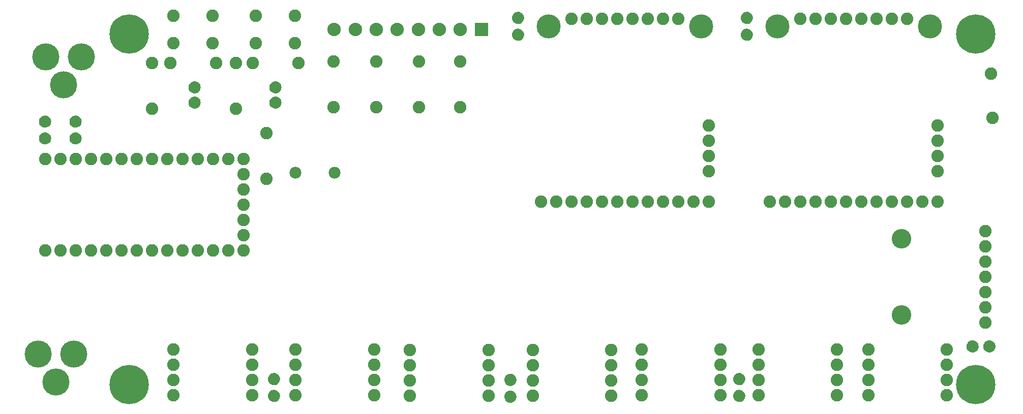
<source format=gbr>
G04 EAGLE Gerber RS-274X export*
G75*
%MOMM*%
%FSLAX34Y34*%
%LPD*%
%INSoldermask Bottom*%
%IPPOS*%
%AMOC8*
5,1,8,0,0,1.08239X$1,22.5*%
G01*
%ADD10C,4.521200*%
%ADD11C,1.981200*%
%ADD12C,2.082800*%
%ADD13C,4.013200*%
%ADD14C,6.553200*%
%ADD15R,2.235200X2.235200*%
%ADD16C,2.235200*%
%ADD17C,3.251200*%

G36*
X1596880Y91559D02*
X1596880Y91559D01*
X1596923Y91571D01*
X1596989Y91580D01*
X1598606Y92034D01*
X1598647Y92053D01*
X1598675Y92062D01*
X1598685Y92064D01*
X1598689Y92066D01*
X1598710Y92073D01*
X1600224Y92801D01*
X1600260Y92827D01*
X1600319Y92857D01*
X1601684Y93838D01*
X1601715Y93870D01*
X1601768Y93910D01*
X1602942Y95112D01*
X1602967Y95149D01*
X1603012Y95197D01*
X1603959Y96585D01*
X1603977Y96626D01*
X1604013Y96682D01*
X1604705Y98213D01*
X1604716Y98256D01*
X1604742Y98317D01*
X1605157Y99946D01*
X1605160Y99990D01*
X1605175Y100055D01*
X1605301Y101730D01*
X1605297Y101777D01*
X1605299Y101849D01*
X1605094Y103685D01*
X1605080Y103731D01*
X1605068Y103806D01*
X1604508Y105567D01*
X1604485Y105609D01*
X1604459Y105681D01*
X1603566Y107298D01*
X1603536Y107336D01*
X1603496Y107401D01*
X1602305Y108813D01*
X1602268Y108844D01*
X1602216Y108900D01*
X1600772Y110053D01*
X1600730Y110076D01*
X1600668Y110120D01*
X1599027Y110969D01*
X1598981Y110984D01*
X1598912Y111015D01*
X1597137Y111528D01*
X1597089Y111533D01*
X1597014Y111551D01*
X1595174Y111707D01*
X1595130Y111703D01*
X1595065Y111707D01*
X1593234Y111547D01*
X1593188Y111534D01*
X1593112Y111524D01*
X1591348Y111010D01*
X1591304Y110989D01*
X1591232Y110964D01*
X1589602Y110115D01*
X1589564Y110086D01*
X1589498Y110047D01*
X1588065Y108897D01*
X1588033Y108861D01*
X1587976Y108810D01*
X1586795Y107402D01*
X1586771Y107361D01*
X1586725Y107300D01*
X1586515Y106918D01*
X1585841Y105688D01*
X1585826Y105643D01*
X1585792Y105574D01*
X1585240Y103821D01*
X1585234Y103774D01*
X1585214Y103700D01*
X1585015Y101873D01*
X1585018Y101827D01*
X1585012Y101758D01*
X1585135Y100082D01*
X1585146Y100039D01*
X1585152Y99973D01*
X1585564Y98343D01*
X1585582Y98303D01*
X1585600Y98239D01*
X1586288Y96706D01*
X1586313Y96669D01*
X1586342Y96609D01*
X1587286Y95219D01*
X1587317Y95187D01*
X1587355Y95133D01*
X1588526Y93927D01*
X1588563Y93901D01*
X1588610Y93855D01*
X1589972Y92871D01*
X1590013Y92852D01*
X1590067Y92815D01*
X1591580Y92082D01*
X1591623Y92070D01*
X1591634Y92065D01*
X1591661Y92052D01*
X1591666Y92051D01*
X1591683Y92043D01*
X1593300Y91585D01*
X1593345Y91580D01*
X1593409Y91564D01*
X1595081Y91393D01*
X1595129Y91397D01*
X1595208Y91393D01*
X1596880Y91559D01*
G37*
G36*
X1624871Y91559D02*
X1624871Y91559D01*
X1624914Y91571D01*
X1624980Y91580D01*
X1626597Y92034D01*
X1626638Y92053D01*
X1626666Y92062D01*
X1626676Y92064D01*
X1626680Y92066D01*
X1626701Y92073D01*
X1628215Y92801D01*
X1628251Y92827D01*
X1628310Y92857D01*
X1629675Y93838D01*
X1629706Y93870D01*
X1629759Y93910D01*
X1630933Y95112D01*
X1630958Y95149D01*
X1631003Y95197D01*
X1631950Y96585D01*
X1631968Y96626D01*
X1632004Y96682D01*
X1632696Y98213D01*
X1632707Y98256D01*
X1632733Y98317D01*
X1633148Y99946D01*
X1633151Y99990D01*
X1633166Y100055D01*
X1633292Y101730D01*
X1633288Y101777D01*
X1633290Y101849D01*
X1633085Y103685D01*
X1633071Y103731D01*
X1633059Y103806D01*
X1632499Y105567D01*
X1632476Y105609D01*
X1632450Y105681D01*
X1631557Y107298D01*
X1631527Y107336D01*
X1631487Y107401D01*
X1630296Y108813D01*
X1630259Y108844D01*
X1630207Y108900D01*
X1628763Y110053D01*
X1628721Y110076D01*
X1628659Y110120D01*
X1627018Y110969D01*
X1626972Y110984D01*
X1626903Y111015D01*
X1625128Y111528D01*
X1625080Y111533D01*
X1625005Y111551D01*
X1623165Y111707D01*
X1623121Y111703D01*
X1623056Y111707D01*
X1621225Y111547D01*
X1621179Y111534D01*
X1621103Y111524D01*
X1619339Y111010D01*
X1619295Y110989D01*
X1619223Y110964D01*
X1617593Y110115D01*
X1617555Y110086D01*
X1617489Y110047D01*
X1616056Y108897D01*
X1616024Y108861D01*
X1615967Y108810D01*
X1614786Y107402D01*
X1614762Y107361D01*
X1614716Y107300D01*
X1614506Y106918D01*
X1613832Y105688D01*
X1613817Y105643D01*
X1613783Y105574D01*
X1613231Y103821D01*
X1613225Y103774D01*
X1613205Y103700D01*
X1613006Y101873D01*
X1613009Y101827D01*
X1613003Y101758D01*
X1613126Y100082D01*
X1613137Y100039D01*
X1613143Y99973D01*
X1613555Y98343D01*
X1613573Y98303D01*
X1613591Y98239D01*
X1614279Y96706D01*
X1614304Y96669D01*
X1614333Y96609D01*
X1615277Y95219D01*
X1615308Y95187D01*
X1615346Y95133D01*
X1616517Y93927D01*
X1616554Y93901D01*
X1616601Y93855D01*
X1617963Y92871D01*
X1618004Y92852D01*
X1618058Y92815D01*
X1619571Y92082D01*
X1619614Y92070D01*
X1619625Y92065D01*
X1619652Y92052D01*
X1619657Y92051D01*
X1619674Y92043D01*
X1621291Y91585D01*
X1621336Y91580D01*
X1621400Y91564D01*
X1623072Y91393D01*
X1623120Y91397D01*
X1623199Y91393D01*
X1624871Y91559D01*
G37*
G36*
X299947Y523248D02*
X299947Y523248D01*
X300019Y523246D01*
X301855Y523451D01*
X301901Y523465D01*
X301976Y523477D01*
X303737Y524037D01*
X303779Y524060D01*
X303851Y524086D01*
X305468Y524979D01*
X305506Y525009D01*
X305571Y525049D01*
X306983Y526240D01*
X307014Y526277D01*
X307070Y526329D01*
X308223Y527773D01*
X308246Y527815D01*
X308290Y527877D01*
X309139Y529518D01*
X309154Y529564D01*
X309185Y529633D01*
X309698Y531408D01*
X309703Y531456D01*
X309721Y531531D01*
X309877Y533371D01*
X309873Y533415D01*
X309877Y533480D01*
X309717Y535311D01*
X309704Y535357D01*
X309694Y535433D01*
X309180Y537197D01*
X309159Y537241D01*
X309134Y537313D01*
X308285Y538943D01*
X308256Y538981D01*
X308217Y539047D01*
X307067Y540480D01*
X307031Y540512D01*
X306980Y540569D01*
X305572Y541750D01*
X305531Y541774D01*
X305470Y541820D01*
X303858Y542704D01*
X303813Y542719D01*
X303744Y542753D01*
X301991Y543305D01*
X301944Y543311D01*
X301870Y543331D01*
X300043Y543531D01*
X299997Y543527D01*
X299928Y543533D01*
X298252Y543410D01*
X298209Y543399D01*
X298143Y543393D01*
X296513Y542982D01*
X296473Y542963D01*
X296409Y542945D01*
X294876Y542257D01*
X294839Y542232D01*
X294779Y542203D01*
X293389Y541259D01*
X293357Y541228D01*
X293303Y541190D01*
X292097Y540019D01*
X292071Y539983D01*
X292025Y539935D01*
X291041Y538573D01*
X291022Y538532D01*
X290985Y538478D01*
X290252Y536965D01*
X290240Y536922D01*
X290213Y536862D01*
X289755Y535245D01*
X289750Y535200D01*
X289734Y535136D01*
X289563Y533464D01*
X289567Y533416D01*
X289563Y533337D01*
X289729Y531665D01*
X289741Y531622D01*
X289750Y531557D01*
X290204Y529939D01*
X290223Y529898D01*
X290243Y529835D01*
X290971Y528321D01*
X290997Y528285D01*
X291027Y528226D01*
X292008Y526861D01*
X292040Y526830D01*
X292080Y526777D01*
X293282Y525603D01*
X293319Y525578D01*
X293367Y525533D01*
X294755Y524586D01*
X294796Y524568D01*
X294852Y524532D01*
X296383Y523840D01*
X296426Y523829D01*
X296487Y523803D01*
X298116Y523388D01*
X298160Y523385D01*
X298225Y523370D01*
X299900Y523244D01*
X299947Y523248D01*
G37*
G36*
X434567Y523248D02*
X434567Y523248D01*
X434639Y523246D01*
X436475Y523451D01*
X436521Y523465D01*
X436596Y523477D01*
X438357Y524037D01*
X438399Y524060D01*
X438471Y524086D01*
X440088Y524979D01*
X440126Y525009D01*
X440191Y525049D01*
X441603Y526240D01*
X441634Y526277D01*
X441690Y526329D01*
X442843Y527773D01*
X442866Y527815D01*
X442910Y527877D01*
X443759Y529518D01*
X443774Y529564D01*
X443805Y529633D01*
X444318Y531408D01*
X444323Y531456D01*
X444341Y531531D01*
X444497Y533371D01*
X444493Y533415D01*
X444497Y533480D01*
X444337Y535311D01*
X444324Y535357D01*
X444314Y535433D01*
X443800Y537197D01*
X443779Y537241D01*
X443754Y537313D01*
X442905Y538943D01*
X442876Y538981D01*
X442837Y539047D01*
X441687Y540480D01*
X441651Y540512D01*
X441600Y540569D01*
X440192Y541750D01*
X440151Y541774D01*
X440090Y541820D01*
X438478Y542704D01*
X438433Y542719D01*
X438364Y542753D01*
X436611Y543305D01*
X436564Y543311D01*
X436490Y543331D01*
X434663Y543531D01*
X434617Y543527D01*
X434548Y543533D01*
X432872Y543410D01*
X432829Y543399D01*
X432763Y543393D01*
X431133Y542982D01*
X431093Y542963D01*
X431029Y542945D01*
X429496Y542257D01*
X429459Y542232D01*
X429399Y542203D01*
X428009Y541259D01*
X427977Y541228D01*
X427923Y541190D01*
X426717Y540019D01*
X426691Y539983D01*
X426645Y539935D01*
X425661Y538573D01*
X425642Y538532D01*
X425605Y538478D01*
X424872Y536965D01*
X424860Y536922D01*
X424833Y536862D01*
X424375Y535245D01*
X424370Y535200D01*
X424354Y535136D01*
X424183Y533464D01*
X424187Y533416D01*
X424183Y533337D01*
X424349Y531665D01*
X424361Y531622D01*
X424370Y531557D01*
X424824Y529939D01*
X424843Y529898D01*
X424863Y529835D01*
X425591Y528321D01*
X425617Y528285D01*
X425647Y528226D01*
X426628Y526861D01*
X426660Y526830D01*
X426700Y526777D01*
X427902Y525603D01*
X427939Y525578D01*
X427987Y525533D01*
X429375Y524586D01*
X429416Y524568D01*
X429472Y524532D01*
X431003Y523840D01*
X431046Y523829D01*
X431107Y523803D01*
X432736Y523388D01*
X432780Y523385D01*
X432845Y523370D01*
X434520Y523244D01*
X434567Y523248D01*
G37*
G36*
X299947Y497848D02*
X299947Y497848D01*
X300019Y497846D01*
X301855Y498051D01*
X301901Y498065D01*
X301976Y498077D01*
X303737Y498637D01*
X303779Y498660D01*
X303851Y498686D01*
X305468Y499579D01*
X305506Y499609D01*
X305571Y499649D01*
X306983Y500840D01*
X307014Y500877D01*
X307070Y500929D01*
X308223Y502373D01*
X308246Y502415D01*
X308290Y502477D01*
X309139Y504118D01*
X309154Y504164D01*
X309185Y504233D01*
X309698Y506008D01*
X309703Y506056D01*
X309721Y506131D01*
X309877Y507971D01*
X309873Y508015D01*
X309877Y508080D01*
X309717Y509911D01*
X309704Y509957D01*
X309694Y510033D01*
X309180Y511797D01*
X309159Y511841D01*
X309134Y511913D01*
X308285Y513543D01*
X308256Y513581D01*
X308217Y513647D01*
X307067Y515080D01*
X307031Y515112D01*
X306980Y515169D01*
X305572Y516350D01*
X305531Y516374D01*
X305470Y516420D01*
X303858Y517304D01*
X303813Y517319D01*
X303744Y517353D01*
X301991Y517905D01*
X301944Y517911D01*
X301870Y517931D01*
X300043Y518131D01*
X299997Y518127D01*
X299928Y518133D01*
X298252Y518010D01*
X298209Y517999D01*
X298143Y517993D01*
X296513Y517582D01*
X296473Y517563D01*
X296409Y517545D01*
X294876Y516857D01*
X294839Y516832D01*
X294779Y516803D01*
X293389Y515859D01*
X293357Y515828D01*
X293303Y515790D01*
X292097Y514619D01*
X292071Y514583D01*
X292025Y514535D01*
X291041Y513173D01*
X291022Y513132D01*
X290985Y513078D01*
X290252Y511565D01*
X290240Y511522D01*
X290213Y511462D01*
X289755Y509845D01*
X289750Y509800D01*
X289734Y509736D01*
X289563Y508064D01*
X289567Y508016D01*
X289563Y507937D01*
X289729Y506265D01*
X289741Y506222D01*
X289750Y506157D01*
X290204Y504539D01*
X290223Y504498D01*
X290243Y504435D01*
X290971Y502921D01*
X290997Y502885D01*
X291027Y502826D01*
X292008Y501461D01*
X292040Y501430D01*
X292080Y501377D01*
X293282Y500203D01*
X293319Y500178D01*
X293367Y500133D01*
X294755Y499186D01*
X294796Y499168D01*
X294852Y499132D01*
X296383Y498440D01*
X296426Y498429D01*
X296487Y498403D01*
X298116Y497988D01*
X298160Y497985D01*
X298225Y497970D01*
X299900Y497844D01*
X299947Y497848D01*
G37*
G36*
X434567Y497848D02*
X434567Y497848D01*
X434639Y497846D01*
X436475Y498051D01*
X436521Y498065D01*
X436596Y498077D01*
X438357Y498637D01*
X438399Y498660D01*
X438471Y498686D01*
X440088Y499579D01*
X440126Y499609D01*
X440191Y499649D01*
X441603Y500840D01*
X441634Y500877D01*
X441690Y500929D01*
X442843Y502373D01*
X442866Y502415D01*
X442910Y502477D01*
X443759Y504118D01*
X443774Y504164D01*
X443805Y504233D01*
X444318Y506008D01*
X444323Y506056D01*
X444341Y506131D01*
X444497Y507971D01*
X444493Y508015D01*
X444497Y508080D01*
X444337Y509911D01*
X444324Y509957D01*
X444314Y510033D01*
X443800Y511797D01*
X443779Y511841D01*
X443754Y511913D01*
X442905Y513543D01*
X442876Y513581D01*
X442837Y513647D01*
X441687Y515080D01*
X441651Y515112D01*
X441600Y515169D01*
X440192Y516350D01*
X440151Y516374D01*
X440090Y516420D01*
X438478Y517304D01*
X438433Y517319D01*
X438364Y517353D01*
X436611Y517905D01*
X436564Y517911D01*
X436490Y517931D01*
X434663Y518131D01*
X434617Y518127D01*
X434548Y518133D01*
X432872Y518010D01*
X432829Y517999D01*
X432763Y517993D01*
X431133Y517582D01*
X431093Y517563D01*
X431029Y517545D01*
X429496Y516857D01*
X429459Y516832D01*
X429399Y516803D01*
X428009Y515859D01*
X427977Y515828D01*
X427923Y515790D01*
X426717Y514619D01*
X426691Y514583D01*
X426645Y514535D01*
X425661Y513173D01*
X425642Y513132D01*
X425605Y513078D01*
X424872Y511565D01*
X424860Y511522D01*
X424833Y511462D01*
X424375Y509845D01*
X424370Y509800D01*
X424354Y509736D01*
X424183Y508064D01*
X424187Y508016D01*
X424183Y507937D01*
X424349Y506265D01*
X424361Y506222D01*
X424370Y506157D01*
X424824Y504539D01*
X424843Y504498D01*
X424863Y504435D01*
X425591Y502921D01*
X425617Y502885D01*
X425647Y502826D01*
X426628Y501461D01*
X426660Y501430D01*
X426700Y501377D01*
X427902Y500203D01*
X427939Y500178D01*
X427987Y500133D01*
X429375Y499186D01*
X429416Y499168D01*
X429472Y499132D01*
X431003Y498440D01*
X431046Y498429D01*
X431107Y498403D01*
X432736Y497988D01*
X432780Y497985D01*
X432845Y497970D01*
X434520Y497844D01*
X434567Y497848D01*
G37*
G36*
X101777Y466073D02*
X101777Y466073D01*
X101849Y466071D01*
X103685Y466276D01*
X103731Y466290D01*
X103806Y466302D01*
X105567Y466862D01*
X105609Y466885D01*
X105681Y466911D01*
X107298Y467804D01*
X107336Y467834D01*
X107401Y467874D01*
X108813Y469065D01*
X108844Y469102D01*
X108900Y469154D01*
X110053Y470598D01*
X110076Y470640D01*
X110120Y470702D01*
X110969Y472343D01*
X110984Y472389D01*
X111015Y472458D01*
X111528Y474233D01*
X111533Y474281D01*
X111551Y474356D01*
X111707Y476196D01*
X111703Y476240D01*
X111707Y476305D01*
X111547Y478136D01*
X111534Y478182D01*
X111524Y478258D01*
X111010Y480022D01*
X110989Y480066D01*
X110964Y480138D01*
X110115Y481768D01*
X110086Y481806D01*
X110047Y481872D01*
X108897Y483305D01*
X108861Y483337D01*
X108810Y483394D01*
X107402Y484575D01*
X107361Y484599D01*
X107300Y484645D01*
X105688Y485529D01*
X105643Y485544D01*
X105574Y485578D01*
X103821Y486130D01*
X103774Y486136D01*
X103700Y486156D01*
X101873Y486356D01*
X101827Y486352D01*
X101758Y486358D01*
X100082Y486235D01*
X100039Y486224D01*
X99973Y486218D01*
X98343Y485807D01*
X98303Y485788D01*
X98239Y485770D01*
X96706Y485082D01*
X96669Y485057D01*
X96609Y485028D01*
X95219Y484084D01*
X95187Y484053D01*
X95133Y484015D01*
X93927Y482844D01*
X93901Y482808D01*
X93855Y482760D01*
X92871Y481398D01*
X92852Y481357D01*
X92815Y481303D01*
X92082Y479790D01*
X92070Y479747D01*
X92043Y479687D01*
X91585Y478070D01*
X91580Y478025D01*
X91564Y477961D01*
X91393Y476289D01*
X91397Y476241D01*
X91393Y476162D01*
X91559Y474490D01*
X91571Y474447D01*
X91580Y474382D01*
X92034Y472764D01*
X92053Y472723D01*
X92073Y472660D01*
X92801Y471146D01*
X92827Y471110D01*
X92857Y471051D01*
X93838Y469686D01*
X93870Y469655D01*
X93910Y469602D01*
X95112Y468428D01*
X95149Y468403D01*
X95197Y468358D01*
X96585Y467411D01*
X96626Y467393D01*
X96682Y467357D01*
X98213Y466665D01*
X98256Y466654D01*
X98317Y466628D01*
X99946Y466213D01*
X99990Y466210D01*
X100055Y466195D01*
X101730Y466069D01*
X101777Y466073D01*
G37*
G36*
X50977Y466073D02*
X50977Y466073D01*
X51049Y466071D01*
X52885Y466276D01*
X52931Y466290D01*
X53006Y466302D01*
X54767Y466862D01*
X54809Y466885D01*
X54881Y466911D01*
X56498Y467804D01*
X56536Y467834D01*
X56601Y467874D01*
X58013Y469065D01*
X58044Y469102D01*
X58100Y469154D01*
X59253Y470598D01*
X59276Y470640D01*
X59320Y470702D01*
X60169Y472343D01*
X60184Y472389D01*
X60215Y472458D01*
X60728Y474233D01*
X60733Y474281D01*
X60751Y474356D01*
X60907Y476196D01*
X60903Y476240D01*
X60907Y476305D01*
X60747Y478136D01*
X60734Y478182D01*
X60724Y478258D01*
X60210Y480022D01*
X60189Y480066D01*
X60164Y480138D01*
X59315Y481768D01*
X59286Y481806D01*
X59247Y481872D01*
X58097Y483305D01*
X58061Y483337D01*
X58010Y483394D01*
X56602Y484575D01*
X56561Y484599D01*
X56500Y484645D01*
X54888Y485529D01*
X54843Y485544D01*
X54774Y485578D01*
X53021Y486130D01*
X52974Y486136D01*
X52900Y486156D01*
X51073Y486356D01*
X51027Y486352D01*
X50958Y486358D01*
X49282Y486235D01*
X49239Y486224D01*
X49173Y486218D01*
X47543Y485807D01*
X47503Y485788D01*
X47439Y485770D01*
X45906Y485082D01*
X45869Y485057D01*
X45809Y485028D01*
X44419Y484084D01*
X44387Y484053D01*
X44333Y484015D01*
X43127Y482844D01*
X43101Y482808D01*
X43055Y482760D01*
X42071Y481398D01*
X42052Y481357D01*
X42015Y481303D01*
X41282Y479790D01*
X41270Y479747D01*
X41243Y479687D01*
X40785Y478070D01*
X40780Y478025D01*
X40764Y477961D01*
X40593Y476289D01*
X40597Y476241D01*
X40593Y476162D01*
X40759Y474490D01*
X40771Y474447D01*
X40780Y474382D01*
X41234Y472764D01*
X41253Y472723D01*
X41273Y472660D01*
X42001Y471146D01*
X42027Y471110D01*
X42057Y471051D01*
X43038Y469686D01*
X43070Y469655D01*
X43110Y469602D01*
X44312Y468428D01*
X44349Y468403D01*
X44397Y468358D01*
X45785Y467411D01*
X45826Y467393D01*
X45882Y467357D01*
X47413Y466665D01*
X47456Y466654D01*
X47517Y466628D01*
X49146Y466213D01*
X49190Y466210D01*
X49255Y466195D01*
X50930Y466069D01*
X50977Y466073D01*
G37*
G36*
X50977Y438082D02*
X50977Y438082D01*
X51049Y438080D01*
X52885Y438285D01*
X52931Y438299D01*
X53006Y438311D01*
X54767Y438871D01*
X54809Y438894D01*
X54881Y438920D01*
X56498Y439813D01*
X56536Y439843D01*
X56601Y439883D01*
X58013Y441074D01*
X58044Y441111D01*
X58100Y441163D01*
X59253Y442607D01*
X59276Y442649D01*
X59320Y442711D01*
X60169Y444352D01*
X60184Y444398D01*
X60215Y444467D01*
X60728Y446242D01*
X60733Y446290D01*
X60751Y446365D01*
X60907Y448205D01*
X60903Y448249D01*
X60907Y448314D01*
X60747Y450145D01*
X60734Y450191D01*
X60724Y450267D01*
X60210Y452031D01*
X60189Y452075D01*
X60164Y452147D01*
X59315Y453777D01*
X59286Y453815D01*
X59247Y453881D01*
X58097Y455314D01*
X58061Y455346D01*
X58010Y455403D01*
X56602Y456584D01*
X56561Y456608D01*
X56500Y456654D01*
X54888Y457538D01*
X54843Y457553D01*
X54774Y457587D01*
X53021Y458139D01*
X52974Y458145D01*
X52900Y458165D01*
X51073Y458365D01*
X51027Y458361D01*
X50958Y458367D01*
X49282Y458244D01*
X49239Y458233D01*
X49173Y458227D01*
X47543Y457816D01*
X47503Y457797D01*
X47439Y457779D01*
X45906Y457091D01*
X45869Y457066D01*
X45809Y457037D01*
X44419Y456093D01*
X44387Y456062D01*
X44333Y456024D01*
X43127Y454853D01*
X43101Y454817D01*
X43055Y454769D01*
X42071Y453407D01*
X42052Y453366D01*
X42015Y453312D01*
X41282Y451799D01*
X41270Y451756D01*
X41243Y451696D01*
X40785Y450079D01*
X40780Y450034D01*
X40764Y449970D01*
X40593Y448298D01*
X40597Y448250D01*
X40593Y448171D01*
X40759Y446499D01*
X40771Y446456D01*
X40780Y446391D01*
X41234Y444773D01*
X41253Y444732D01*
X41273Y444669D01*
X42001Y443155D01*
X42027Y443119D01*
X42057Y443060D01*
X43038Y441695D01*
X43070Y441664D01*
X43110Y441611D01*
X44312Y440437D01*
X44349Y440412D01*
X44397Y440367D01*
X45785Y439420D01*
X45826Y439402D01*
X45882Y439366D01*
X47413Y438674D01*
X47456Y438663D01*
X47517Y438637D01*
X49146Y438222D01*
X49190Y438219D01*
X49255Y438204D01*
X50930Y438078D01*
X50977Y438082D01*
G37*
G36*
X101777Y438082D02*
X101777Y438082D01*
X101849Y438080D01*
X103685Y438285D01*
X103731Y438299D01*
X103806Y438311D01*
X105567Y438871D01*
X105609Y438894D01*
X105681Y438920D01*
X107298Y439813D01*
X107336Y439843D01*
X107401Y439883D01*
X108813Y441074D01*
X108844Y441111D01*
X108900Y441163D01*
X110053Y442607D01*
X110076Y442649D01*
X110120Y442711D01*
X110969Y444352D01*
X110984Y444398D01*
X111015Y444467D01*
X111528Y446242D01*
X111533Y446290D01*
X111551Y446365D01*
X111707Y448205D01*
X111703Y448249D01*
X111707Y448314D01*
X111547Y450145D01*
X111534Y450191D01*
X111524Y450267D01*
X111010Y452031D01*
X110989Y452075D01*
X110964Y452147D01*
X110115Y453777D01*
X110086Y453815D01*
X110047Y453881D01*
X108897Y455314D01*
X108861Y455346D01*
X108810Y455403D01*
X107402Y456584D01*
X107361Y456608D01*
X107300Y456654D01*
X105688Y457538D01*
X105643Y457553D01*
X105574Y457587D01*
X103821Y458139D01*
X103774Y458145D01*
X103700Y458165D01*
X101873Y458365D01*
X101827Y458361D01*
X101758Y458367D01*
X100082Y458244D01*
X100039Y458233D01*
X99973Y458227D01*
X98343Y457816D01*
X98303Y457797D01*
X98239Y457779D01*
X96706Y457091D01*
X96669Y457066D01*
X96609Y457037D01*
X95219Y456093D01*
X95187Y456062D01*
X95133Y456024D01*
X93927Y454853D01*
X93901Y454817D01*
X93855Y454769D01*
X92871Y453407D01*
X92852Y453366D01*
X92815Y453312D01*
X92082Y451799D01*
X92070Y451756D01*
X92043Y451696D01*
X91585Y450079D01*
X91580Y450034D01*
X91564Y449970D01*
X91393Y448298D01*
X91397Y448250D01*
X91393Y448171D01*
X91559Y446499D01*
X91571Y446456D01*
X91580Y446391D01*
X92034Y444773D01*
X92053Y444732D01*
X92073Y444669D01*
X92801Y443155D01*
X92827Y443119D01*
X92857Y443060D01*
X93838Y441695D01*
X93870Y441664D01*
X93910Y441611D01*
X95112Y440437D01*
X95149Y440412D01*
X95197Y440367D01*
X96585Y439420D01*
X96626Y439402D01*
X96682Y439366D01*
X98213Y438674D01*
X98256Y438663D01*
X98317Y438637D01*
X99946Y438222D01*
X99990Y438219D01*
X100055Y438204D01*
X101730Y438078D01*
X101777Y438082D01*
G37*
G36*
X1220718Y639036D02*
X1220718Y639036D01*
X1220761Y639047D01*
X1220827Y639053D01*
X1222457Y639465D01*
X1222497Y639483D01*
X1222561Y639501D01*
X1224094Y640189D01*
X1224131Y640214D01*
X1224191Y640243D01*
X1225581Y641187D01*
X1225613Y641218D01*
X1225667Y641256D01*
X1226873Y642427D01*
X1226899Y642464D01*
X1226945Y642511D01*
X1227929Y643873D01*
X1227948Y643914D01*
X1227985Y643968D01*
X1228718Y645481D01*
X1228730Y645524D01*
X1228757Y645584D01*
X1229215Y647201D01*
X1229220Y647246D01*
X1229236Y647310D01*
X1229407Y648982D01*
X1229403Y649030D01*
X1229407Y649109D01*
X1229241Y650781D01*
X1229229Y650824D01*
X1229220Y650890D01*
X1228766Y652507D01*
X1228747Y652548D01*
X1228727Y652611D01*
X1227999Y654125D01*
X1227973Y654161D01*
X1227943Y654220D01*
X1226962Y655585D01*
X1226930Y655616D01*
X1226890Y655669D01*
X1225688Y656843D01*
X1225651Y656868D01*
X1225603Y656913D01*
X1224215Y657860D01*
X1224174Y657878D01*
X1224118Y657914D01*
X1222587Y658606D01*
X1222544Y658617D01*
X1222483Y658643D01*
X1220854Y659058D01*
X1220810Y659061D01*
X1220745Y659076D01*
X1219070Y659202D01*
X1219023Y659198D01*
X1218951Y659200D01*
X1217116Y658995D01*
X1217069Y658981D01*
X1216994Y658969D01*
X1215233Y658409D01*
X1215191Y658386D01*
X1215119Y658360D01*
X1213502Y657467D01*
X1213464Y657437D01*
X1213399Y657397D01*
X1211987Y656206D01*
X1211956Y656169D01*
X1211900Y656117D01*
X1210747Y654673D01*
X1210725Y654631D01*
X1210680Y654569D01*
X1209831Y652928D01*
X1209817Y652882D01*
X1209785Y652813D01*
X1209272Y651038D01*
X1209267Y650990D01*
X1209250Y650915D01*
X1209093Y649075D01*
X1209097Y649031D01*
X1209093Y648966D01*
X1209253Y647135D01*
X1209266Y647089D01*
X1209274Y647028D01*
X1209274Y647026D01*
X1209276Y647013D01*
X1209790Y645249D01*
X1209811Y645205D01*
X1209836Y645133D01*
X1210685Y643503D01*
X1210714Y643465D01*
X1210753Y643399D01*
X1211903Y641966D01*
X1211939Y641934D01*
X1211990Y641877D01*
X1213398Y640696D01*
X1213439Y640672D01*
X1213500Y640626D01*
X1215112Y639742D01*
X1215157Y639727D01*
X1215226Y639693D01*
X1216979Y639141D01*
X1217026Y639135D01*
X1217100Y639115D01*
X1218927Y638916D01*
X1218973Y638919D01*
X1219042Y638913D01*
X1220718Y639036D01*
G37*
G36*
X839718Y639036D02*
X839718Y639036D01*
X839761Y639047D01*
X839827Y639053D01*
X841457Y639465D01*
X841497Y639483D01*
X841561Y639501D01*
X843094Y640189D01*
X843131Y640214D01*
X843191Y640243D01*
X844581Y641187D01*
X844613Y641218D01*
X844667Y641256D01*
X845873Y642427D01*
X845899Y642464D01*
X845945Y642511D01*
X846929Y643873D01*
X846948Y643914D01*
X846985Y643968D01*
X847718Y645481D01*
X847730Y645524D01*
X847757Y645584D01*
X848215Y647201D01*
X848220Y647246D01*
X848236Y647310D01*
X848407Y648982D01*
X848403Y649030D01*
X848407Y649109D01*
X848241Y650781D01*
X848229Y650824D01*
X848220Y650890D01*
X847766Y652507D01*
X847747Y652548D01*
X847727Y652611D01*
X846999Y654125D01*
X846973Y654161D01*
X846943Y654220D01*
X845962Y655585D01*
X845930Y655616D01*
X845890Y655669D01*
X844688Y656843D01*
X844651Y656868D01*
X844603Y656913D01*
X843215Y657860D01*
X843174Y657878D01*
X843118Y657914D01*
X841587Y658606D01*
X841544Y658617D01*
X841483Y658643D01*
X839854Y659058D01*
X839810Y659061D01*
X839745Y659076D01*
X838070Y659202D01*
X838023Y659198D01*
X837951Y659200D01*
X836116Y658995D01*
X836069Y658981D01*
X835994Y658969D01*
X834233Y658409D01*
X834191Y658386D01*
X834119Y658360D01*
X832502Y657467D01*
X832464Y657437D01*
X832399Y657397D01*
X830987Y656206D01*
X830956Y656169D01*
X830900Y656117D01*
X829747Y654673D01*
X829725Y654631D01*
X829680Y654569D01*
X828831Y652928D01*
X828817Y652882D01*
X828785Y652813D01*
X828272Y651038D01*
X828267Y650990D01*
X828250Y650915D01*
X828093Y649075D01*
X828097Y649031D01*
X828093Y648966D01*
X828253Y647135D01*
X828266Y647089D01*
X828274Y647028D01*
X828274Y647026D01*
X828276Y647013D01*
X828790Y645249D01*
X828811Y645205D01*
X828836Y645133D01*
X829685Y643503D01*
X829714Y643465D01*
X829753Y643399D01*
X830903Y641966D01*
X830939Y641934D01*
X830990Y641877D01*
X832398Y640696D01*
X832439Y640672D01*
X832500Y640626D01*
X834112Y639742D01*
X834157Y639727D01*
X834226Y639693D01*
X835979Y639141D01*
X836026Y639135D01*
X836100Y639115D01*
X837927Y638916D01*
X837973Y638919D01*
X838042Y638913D01*
X839718Y639036D01*
G37*
G36*
X1220718Y611045D02*
X1220718Y611045D01*
X1220761Y611056D01*
X1220827Y611062D01*
X1222457Y611474D01*
X1222497Y611492D01*
X1222561Y611510D01*
X1224094Y612198D01*
X1224131Y612223D01*
X1224191Y612252D01*
X1225581Y613196D01*
X1225613Y613227D01*
X1225667Y613265D01*
X1226873Y614436D01*
X1226899Y614473D01*
X1226945Y614520D01*
X1227929Y615882D01*
X1227948Y615923D01*
X1227985Y615977D01*
X1228718Y617490D01*
X1228730Y617533D01*
X1228757Y617593D01*
X1229215Y619210D01*
X1229220Y619255D01*
X1229236Y619319D01*
X1229407Y620991D01*
X1229403Y621039D01*
X1229407Y621118D01*
X1229241Y622790D01*
X1229229Y622833D01*
X1229220Y622899D01*
X1228766Y624516D01*
X1228747Y624557D01*
X1228727Y624620D01*
X1227999Y626134D01*
X1227973Y626170D01*
X1227943Y626229D01*
X1226962Y627594D01*
X1226930Y627625D01*
X1226890Y627678D01*
X1225688Y628852D01*
X1225651Y628877D01*
X1225603Y628922D01*
X1224215Y629869D01*
X1224174Y629887D01*
X1224118Y629923D01*
X1222587Y630615D01*
X1222544Y630626D01*
X1222483Y630652D01*
X1220854Y631067D01*
X1220810Y631070D01*
X1220745Y631085D01*
X1219070Y631211D01*
X1219023Y631207D01*
X1218951Y631209D01*
X1217116Y631004D01*
X1217069Y630990D01*
X1216994Y630978D01*
X1215233Y630418D01*
X1215191Y630395D01*
X1215119Y630369D01*
X1213502Y629476D01*
X1213464Y629446D01*
X1213399Y629406D01*
X1211987Y628215D01*
X1211956Y628178D01*
X1211900Y628126D01*
X1210747Y626682D01*
X1210725Y626640D01*
X1210680Y626578D01*
X1209831Y624937D01*
X1209817Y624891D01*
X1209785Y624822D01*
X1209272Y623047D01*
X1209267Y622999D01*
X1209250Y622924D01*
X1209093Y621084D01*
X1209097Y621040D01*
X1209093Y620975D01*
X1209253Y619144D01*
X1209266Y619098D01*
X1209274Y619037D01*
X1209274Y619035D01*
X1209276Y619022D01*
X1209790Y617258D01*
X1209811Y617214D01*
X1209836Y617142D01*
X1210685Y615512D01*
X1210714Y615474D01*
X1210753Y615408D01*
X1211903Y613975D01*
X1211939Y613943D01*
X1211990Y613886D01*
X1213398Y612705D01*
X1213439Y612681D01*
X1213500Y612635D01*
X1215112Y611751D01*
X1215157Y611736D01*
X1215226Y611702D01*
X1216979Y611150D01*
X1217026Y611144D01*
X1217100Y611124D01*
X1218927Y610925D01*
X1218973Y610928D01*
X1219042Y610922D01*
X1220718Y611045D01*
G37*
G36*
X839718Y611045D02*
X839718Y611045D01*
X839761Y611056D01*
X839827Y611062D01*
X841457Y611474D01*
X841497Y611492D01*
X841561Y611510D01*
X843094Y612198D01*
X843131Y612223D01*
X843191Y612252D01*
X844581Y613196D01*
X844613Y613227D01*
X844667Y613265D01*
X845873Y614436D01*
X845899Y614473D01*
X845945Y614520D01*
X846929Y615882D01*
X846948Y615923D01*
X846985Y615977D01*
X847718Y617490D01*
X847730Y617533D01*
X847757Y617593D01*
X848215Y619210D01*
X848220Y619255D01*
X848236Y619319D01*
X848407Y620991D01*
X848403Y621039D01*
X848407Y621118D01*
X848241Y622790D01*
X848229Y622833D01*
X848220Y622899D01*
X847766Y624516D01*
X847747Y624557D01*
X847727Y624620D01*
X846999Y626134D01*
X846973Y626170D01*
X846943Y626229D01*
X845962Y627594D01*
X845930Y627625D01*
X845890Y627678D01*
X844688Y628852D01*
X844651Y628877D01*
X844603Y628922D01*
X843215Y629869D01*
X843174Y629887D01*
X843118Y629923D01*
X841587Y630615D01*
X841544Y630626D01*
X841483Y630652D01*
X839854Y631067D01*
X839810Y631070D01*
X839745Y631085D01*
X838070Y631211D01*
X838023Y631207D01*
X837951Y631209D01*
X836116Y631004D01*
X836069Y630990D01*
X835994Y630978D01*
X834233Y630418D01*
X834191Y630395D01*
X834119Y630369D01*
X832502Y629476D01*
X832464Y629446D01*
X832399Y629406D01*
X830987Y628215D01*
X830956Y628178D01*
X830900Y628126D01*
X829747Y626682D01*
X829725Y626640D01*
X829680Y626578D01*
X828831Y624937D01*
X828817Y624891D01*
X828785Y624822D01*
X828272Y623047D01*
X828267Y622999D01*
X828250Y622924D01*
X828093Y621084D01*
X828097Y621040D01*
X828093Y620975D01*
X828253Y619144D01*
X828266Y619098D01*
X828274Y619037D01*
X828274Y619035D01*
X828276Y619022D01*
X828790Y617258D01*
X828811Y617214D01*
X828836Y617142D01*
X829685Y615512D01*
X829714Y615474D01*
X829753Y615408D01*
X830903Y613975D01*
X830939Y613943D01*
X830990Y613886D01*
X832398Y612705D01*
X832439Y612681D01*
X832500Y612635D01*
X834112Y611751D01*
X834157Y611736D01*
X834226Y611702D01*
X835979Y611150D01*
X836026Y611144D01*
X836100Y611124D01*
X837927Y610925D01*
X837973Y610928D01*
X838042Y610922D01*
X839718Y611045D01*
G37*
G36*
X433318Y37056D02*
X433318Y37056D01*
X433361Y37067D01*
X433427Y37073D01*
X435057Y37485D01*
X435097Y37503D01*
X435161Y37521D01*
X436694Y38209D01*
X436731Y38234D01*
X436791Y38263D01*
X438181Y39207D01*
X438213Y39238D01*
X438267Y39276D01*
X439473Y40447D01*
X439499Y40484D01*
X439545Y40531D01*
X440529Y41893D01*
X440548Y41934D01*
X440585Y41988D01*
X441318Y43501D01*
X441330Y43544D01*
X441357Y43604D01*
X441815Y45221D01*
X441820Y45266D01*
X441836Y45330D01*
X442007Y47002D01*
X442003Y47050D01*
X442007Y47129D01*
X441841Y48801D01*
X441829Y48844D01*
X441820Y48910D01*
X441366Y50527D01*
X441347Y50568D01*
X441327Y50631D01*
X440599Y52145D01*
X440573Y52181D01*
X440543Y52240D01*
X439562Y53605D01*
X439530Y53636D01*
X439490Y53689D01*
X438288Y54863D01*
X438251Y54888D01*
X438203Y54933D01*
X436815Y55880D01*
X436774Y55898D01*
X436718Y55934D01*
X435187Y56626D01*
X435144Y56637D01*
X435083Y56663D01*
X433454Y57078D01*
X433410Y57081D01*
X433345Y57096D01*
X431670Y57222D01*
X431623Y57218D01*
X431551Y57220D01*
X429716Y57015D01*
X429669Y57001D01*
X429594Y56989D01*
X427833Y56429D01*
X427791Y56406D01*
X427719Y56380D01*
X426102Y55487D01*
X426064Y55457D01*
X425999Y55417D01*
X424587Y54226D01*
X424556Y54189D01*
X424500Y54137D01*
X423347Y52693D01*
X423325Y52651D01*
X423280Y52589D01*
X422431Y50948D01*
X422417Y50902D01*
X422385Y50833D01*
X421872Y49058D01*
X421867Y49010D01*
X421850Y48935D01*
X421693Y47095D01*
X421697Y47051D01*
X421693Y46986D01*
X421853Y45155D01*
X421866Y45109D01*
X421874Y45048D01*
X421874Y45046D01*
X421876Y45033D01*
X422390Y43269D01*
X422411Y43225D01*
X422436Y43153D01*
X423285Y41523D01*
X423314Y41485D01*
X423353Y41419D01*
X424503Y39986D01*
X424539Y39954D01*
X424590Y39897D01*
X425998Y38716D01*
X426039Y38692D01*
X426100Y38646D01*
X427712Y37762D01*
X427757Y37747D01*
X427826Y37713D01*
X429579Y37161D01*
X429626Y37155D01*
X429700Y37135D01*
X431527Y36936D01*
X431573Y36939D01*
X431642Y36933D01*
X433318Y37056D01*
G37*
G36*
X1208018Y37056D02*
X1208018Y37056D01*
X1208061Y37067D01*
X1208127Y37073D01*
X1209757Y37485D01*
X1209797Y37503D01*
X1209861Y37521D01*
X1211394Y38209D01*
X1211431Y38234D01*
X1211491Y38263D01*
X1212881Y39207D01*
X1212913Y39238D01*
X1212967Y39276D01*
X1214173Y40447D01*
X1214199Y40484D01*
X1214245Y40531D01*
X1215229Y41893D01*
X1215248Y41934D01*
X1215285Y41988D01*
X1216018Y43501D01*
X1216030Y43544D01*
X1216057Y43604D01*
X1216515Y45221D01*
X1216520Y45266D01*
X1216536Y45330D01*
X1216707Y47002D01*
X1216703Y47050D01*
X1216707Y47129D01*
X1216541Y48801D01*
X1216529Y48844D01*
X1216520Y48910D01*
X1216066Y50527D01*
X1216047Y50568D01*
X1216027Y50631D01*
X1215299Y52145D01*
X1215273Y52181D01*
X1215243Y52240D01*
X1214262Y53605D01*
X1214230Y53636D01*
X1214190Y53689D01*
X1212988Y54863D01*
X1212951Y54888D01*
X1212903Y54933D01*
X1211515Y55880D01*
X1211474Y55898D01*
X1211418Y55934D01*
X1209887Y56626D01*
X1209844Y56637D01*
X1209783Y56663D01*
X1208154Y57078D01*
X1208110Y57081D01*
X1208045Y57096D01*
X1206370Y57222D01*
X1206323Y57218D01*
X1206251Y57220D01*
X1204416Y57015D01*
X1204369Y57001D01*
X1204294Y56989D01*
X1202533Y56429D01*
X1202491Y56406D01*
X1202419Y56380D01*
X1200802Y55487D01*
X1200764Y55457D01*
X1200699Y55417D01*
X1199287Y54226D01*
X1199256Y54189D01*
X1199200Y54137D01*
X1198047Y52693D01*
X1198025Y52651D01*
X1197980Y52589D01*
X1197131Y50948D01*
X1197117Y50902D01*
X1197085Y50833D01*
X1196572Y49058D01*
X1196567Y49010D01*
X1196550Y48935D01*
X1196393Y47095D01*
X1196397Y47051D01*
X1196393Y46986D01*
X1196553Y45155D01*
X1196566Y45109D01*
X1196574Y45048D01*
X1196574Y45046D01*
X1196576Y45033D01*
X1197090Y43269D01*
X1197111Y43225D01*
X1197136Y43153D01*
X1197985Y41523D01*
X1198014Y41485D01*
X1198053Y41419D01*
X1199203Y39986D01*
X1199239Y39954D01*
X1199290Y39897D01*
X1200698Y38716D01*
X1200739Y38692D01*
X1200800Y38646D01*
X1202412Y37762D01*
X1202457Y37747D01*
X1202526Y37713D01*
X1204279Y37161D01*
X1204326Y37155D01*
X1204400Y37135D01*
X1206227Y36936D01*
X1206273Y36939D01*
X1206342Y36933D01*
X1208018Y37056D01*
G37*
G36*
X827018Y35786D02*
X827018Y35786D01*
X827061Y35797D01*
X827127Y35803D01*
X828757Y36215D01*
X828797Y36233D01*
X828861Y36251D01*
X830394Y36939D01*
X830431Y36964D01*
X830491Y36993D01*
X831881Y37937D01*
X831913Y37968D01*
X831967Y38006D01*
X833173Y39177D01*
X833199Y39214D01*
X833245Y39261D01*
X834229Y40623D01*
X834248Y40664D01*
X834285Y40718D01*
X835018Y42231D01*
X835030Y42274D01*
X835057Y42334D01*
X835515Y43951D01*
X835520Y43996D01*
X835536Y44060D01*
X835707Y45732D01*
X835703Y45780D01*
X835707Y45859D01*
X835541Y47531D01*
X835529Y47574D01*
X835520Y47640D01*
X835066Y49257D01*
X835047Y49298D01*
X835027Y49361D01*
X834299Y50875D01*
X834273Y50911D01*
X834243Y50970D01*
X833262Y52335D01*
X833230Y52366D01*
X833190Y52419D01*
X831988Y53593D01*
X831951Y53618D01*
X831903Y53663D01*
X830515Y54610D01*
X830474Y54628D01*
X830418Y54664D01*
X828887Y55356D01*
X828844Y55367D01*
X828783Y55393D01*
X827154Y55808D01*
X827110Y55811D01*
X827045Y55826D01*
X825370Y55952D01*
X825323Y55948D01*
X825251Y55950D01*
X823416Y55745D01*
X823369Y55731D01*
X823294Y55719D01*
X821533Y55159D01*
X821491Y55136D01*
X821419Y55110D01*
X819802Y54217D01*
X819764Y54187D01*
X819699Y54147D01*
X818287Y52956D01*
X818256Y52919D01*
X818200Y52867D01*
X817047Y51423D01*
X817025Y51381D01*
X816980Y51319D01*
X816131Y49678D01*
X816117Y49632D01*
X816085Y49563D01*
X815572Y47788D01*
X815567Y47740D01*
X815550Y47665D01*
X815393Y45825D01*
X815397Y45781D01*
X815393Y45716D01*
X815553Y43885D01*
X815566Y43839D01*
X815574Y43778D01*
X815574Y43776D01*
X815576Y43763D01*
X816090Y41999D01*
X816111Y41955D01*
X816136Y41883D01*
X816985Y40253D01*
X817014Y40215D01*
X817053Y40149D01*
X818203Y38716D01*
X818239Y38684D01*
X818290Y38627D01*
X819698Y37446D01*
X819739Y37422D01*
X819800Y37376D01*
X821412Y36492D01*
X821457Y36477D01*
X821526Y36443D01*
X823279Y35891D01*
X823326Y35885D01*
X823400Y35865D01*
X825227Y35666D01*
X825273Y35669D01*
X825342Y35663D01*
X827018Y35786D01*
G37*
G36*
X1208018Y9065D02*
X1208018Y9065D01*
X1208061Y9076D01*
X1208127Y9082D01*
X1209757Y9494D01*
X1209797Y9512D01*
X1209861Y9530D01*
X1211394Y10218D01*
X1211431Y10243D01*
X1211491Y10272D01*
X1212881Y11216D01*
X1212913Y11247D01*
X1212967Y11285D01*
X1214173Y12456D01*
X1214199Y12493D01*
X1214245Y12540D01*
X1215229Y13902D01*
X1215248Y13943D01*
X1215285Y13997D01*
X1216018Y15510D01*
X1216030Y15553D01*
X1216057Y15613D01*
X1216515Y17230D01*
X1216520Y17275D01*
X1216536Y17339D01*
X1216707Y19011D01*
X1216703Y19059D01*
X1216707Y19138D01*
X1216541Y20810D01*
X1216529Y20853D01*
X1216520Y20919D01*
X1216066Y22536D01*
X1216047Y22577D01*
X1216027Y22640D01*
X1215299Y24154D01*
X1215273Y24190D01*
X1215243Y24249D01*
X1214262Y25614D01*
X1214230Y25645D01*
X1214190Y25698D01*
X1212988Y26872D01*
X1212951Y26897D01*
X1212903Y26942D01*
X1211515Y27889D01*
X1211474Y27907D01*
X1211418Y27943D01*
X1209887Y28635D01*
X1209844Y28646D01*
X1209783Y28672D01*
X1208154Y29087D01*
X1208110Y29090D01*
X1208045Y29105D01*
X1206370Y29231D01*
X1206323Y29227D01*
X1206251Y29229D01*
X1204416Y29024D01*
X1204369Y29010D01*
X1204294Y28998D01*
X1202533Y28438D01*
X1202491Y28415D01*
X1202419Y28389D01*
X1200802Y27496D01*
X1200764Y27466D01*
X1200699Y27426D01*
X1199287Y26235D01*
X1199256Y26198D01*
X1199200Y26146D01*
X1198047Y24702D01*
X1198025Y24660D01*
X1197980Y24598D01*
X1197131Y22957D01*
X1197117Y22911D01*
X1197085Y22842D01*
X1196572Y21067D01*
X1196567Y21019D01*
X1196550Y20944D01*
X1196393Y19104D01*
X1196397Y19060D01*
X1196393Y18995D01*
X1196553Y17164D01*
X1196566Y17118D01*
X1196574Y17057D01*
X1196574Y17055D01*
X1196576Y17042D01*
X1197090Y15278D01*
X1197111Y15234D01*
X1197136Y15162D01*
X1197985Y13532D01*
X1198014Y13494D01*
X1198053Y13428D01*
X1199203Y11995D01*
X1199239Y11963D01*
X1199290Y11906D01*
X1200698Y10725D01*
X1200739Y10701D01*
X1200800Y10655D01*
X1202412Y9771D01*
X1202457Y9756D01*
X1202526Y9722D01*
X1204279Y9170D01*
X1204326Y9164D01*
X1204400Y9144D01*
X1206227Y8945D01*
X1206273Y8948D01*
X1206342Y8942D01*
X1208018Y9065D01*
G37*
G36*
X433318Y9065D02*
X433318Y9065D01*
X433361Y9076D01*
X433427Y9082D01*
X435057Y9494D01*
X435097Y9512D01*
X435161Y9530D01*
X436694Y10218D01*
X436731Y10243D01*
X436791Y10272D01*
X438181Y11216D01*
X438213Y11247D01*
X438267Y11285D01*
X439473Y12456D01*
X439499Y12493D01*
X439545Y12540D01*
X440529Y13902D01*
X440548Y13943D01*
X440585Y13997D01*
X441318Y15510D01*
X441330Y15553D01*
X441357Y15613D01*
X441815Y17230D01*
X441820Y17275D01*
X441836Y17339D01*
X442007Y19011D01*
X442003Y19059D01*
X442007Y19138D01*
X441841Y20810D01*
X441829Y20853D01*
X441820Y20919D01*
X441366Y22536D01*
X441347Y22577D01*
X441327Y22640D01*
X440599Y24154D01*
X440573Y24190D01*
X440543Y24249D01*
X439562Y25614D01*
X439530Y25645D01*
X439490Y25698D01*
X438288Y26872D01*
X438251Y26897D01*
X438203Y26942D01*
X436815Y27889D01*
X436774Y27907D01*
X436718Y27943D01*
X435187Y28635D01*
X435144Y28646D01*
X435083Y28672D01*
X433454Y29087D01*
X433410Y29090D01*
X433345Y29105D01*
X431670Y29231D01*
X431623Y29227D01*
X431551Y29229D01*
X429716Y29024D01*
X429669Y29010D01*
X429594Y28998D01*
X427833Y28438D01*
X427791Y28415D01*
X427719Y28389D01*
X426102Y27496D01*
X426064Y27466D01*
X425999Y27426D01*
X424587Y26235D01*
X424556Y26198D01*
X424500Y26146D01*
X423347Y24702D01*
X423325Y24660D01*
X423280Y24598D01*
X422431Y22957D01*
X422417Y22911D01*
X422385Y22842D01*
X421872Y21067D01*
X421867Y21019D01*
X421850Y20944D01*
X421693Y19104D01*
X421697Y19060D01*
X421693Y18995D01*
X421853Y17164D01*
X421866Y17118D01*
X421874Y17057D01*
X421874Y17055D01*
X421876Y17042D01*
X422390Y15278D01*
X422411Y15234D01*
X422436Y15162D01*
X423285Y13532D01*
X423314Y13494D01*
X423353Y13428D01*
X424503Y11995D01*
X424539Y11963D01*
X424590Y11906D01*
X425998Y10725D01*
X426039Y10701D01*
X426100Y10655D01*
X427712Y9771D01*
X427757Y9756D01*
X427826Y9722D01*
X429579Y9170D01*
X429626Y9164D01*
X429700Y9144D01*
X431527Y8945D01*
X431573Y8948D01*
X431642Y8942D01*
X433318Y9065D01*
G37*
G36*
X827018Y7795D02*
X827018Y7795D01*
X827061Y7806D01*
X827127Y7812D01*
X828757Y8224D01*
X828797Y8242D01*
X828861Y8260D01*
X830394Y8948D01*
X830431Y8973D01*
X830491Y9002D01*
X831881Y9946D01*
X831913Y9977D01*
X831967Y10015D01*
X833173Y11186D01*
X833199Y11223D01*
X833245Y11270D01*
X834229Y12632D01*
X834248Y12673D01*
X834285Y12727D01*
X835018Y14240D01*
X835030Y14283D01*
X835057Y14343D01*
X835515Y15960D01*
X835520Y16005D01*
X835536Y16069D01*
X835707Y17741D01*
X835703Y17789D01*
X835707Y17868D01*
X835541Y19540D01*
X835529Y19583D01*
X835520Y19649D01*
X835066Y21266D01*
X835047Y21307D01*
X835027Y21370D01*
X834299Y22884D01*
X834273Y22920D01*
X834243Y22979D01*
X833262Y24344D01*
X833230Y24375D01*
X833190Y24428D01*
X831988Y25602D01*
X831951Y25627D01*
X831903Y25672D01*
X830515Y26619D01*
X830474Y26637D01*
X830418Y26673D01*
X828887Y27365D01*
X828844Y27376D01*
X828783Y27402D01*
X827154Y27817D01*
X827110Y27820D01*
X827045Y27835D01*
X825370Y27961D01*
X825323Y27957D01*
X825251Y27959D01*
X823416Y27754D01*
X823369Y27740D01*
X823294Y27728D01*
X821533Y27168D01*
X821491Y27145D01*
X821419Y27119D01*
X819802Y26226D01*
X819764Y26196D01*
X819699Y26156D01*
X818287Y24965D01*
X818256Y24928D01*
X818200Y24876D01*
X817047Y23432D01*
X817025Y23390D01*
X816980Y23328D01*
X816131Y21687D01*
X816117Y21641D01*
X816085Y21572D01*
X815572Y19797D01*
X815567Y19749D01*
X815550Y19674D01*
X815393Y17834D01*
X815397Y17790D01*
X815393Y17725D01*
X815553Y15894D01*
X815566Y15848D01*
X815574Y15787D01*
X815574Y15785D01*
X815576Y15772D01*
X816090Y14008D01*
X816111Y13964D01*
X816136Y13892D01*
X816985Y12262D01*
X817014Y12224D01*
X817053Y12158D01*
X818203Y10725D01*
X818239Y10693D01*
X818290Y10636D01*
X819698Y9455D01*
X819739Y9431D01*
X819800Y9385D01*
X821412Y8501D01*
X821457Y8486D01*
X821526Y8452D01*
X823279Y7900D01*
X823326Y7894D01*
X823400Y7874D01*
X825227Y7675D01*
X825273Y7678D01*
X825342Y7672D01*
X827018Y7795D01*
G37*
D10*
X98900Y88900D03*
X38900Y88900D03*
X68900Y41900D03*
D11*
X532880Y391160D03*
X467880Y391160D03*
D12*
X396240Y574040D03*
X472440Y574040D03*
X259080Y574040D03*
X335280Y574040D03*
X368300Y574040D03*
X368300Y497840D03*
X228600Y574040D03*
X228600Y497840D03*
X741680Y576580D03*
X741680Y500380D03*
X673100Y576580D03*
X673100Y500380D03*
X601980Y576580D03*
X601980Y500380D03*
X530860Y576580D03*
X530860Y500380D03*
X401828Y652526D03*
X466852Y652526D03*
X401828Y607314D03*
X466852Y607314D03*
X264668Y652526D03*
X329692Y652526D03*
X264668Y607314D03*
X329692Y607314D03*
X1155700Y342900D03*
X1130300Y342900D03*
X1104900Y342900D03*
X1079500Y342900D03*
X1054100Y342900D03*
X1028700Y342900D03*
X1003300Y342900D03*
X977900Y342900D03*
X952500Y342900D03*
X927100Y342900D03*
X901700Y342900D03*
X876300Y342900D03*
X1155700Y393700D03*
X1155700Y419100D03*
X1155700Y444500D03*
X1155700Y469900D03*
D13*
X889000Y635000D03*
X1143000Y635000D03*
D12*
X1104900Y647700D03*
X1079500Y647700D03*
X1054100Y647700D03*
X1028700Y647700D03*
X1003300Y647700D03*
X977900Y647700D03*
X952500Y647700D03*
X927100Y647700D03*
X1536700Y342900D03*
X1511300Y342900D03*
X1485900Y342900D03*
X1460500Y342900D03*
X1435100Y342900D03*
X1409700Y342900D03*
X1384300Y342900D03*
X1358900Y342900D03*
X1333500Y342900D03*
X1308100Y342900D03*
X1282700Y342900D03*
X1257300Y342900D03*
X1536700Y393700D03*
X1536700Y419100D03*
X1536700Y444500D03*
X1536700Y469900D03*
D13*
X1270000Y635000D03*
X1524000Y635000D03*
D12*
X1485900Y647700D03*
X1460500Y647700D03*
X1435100Y647700D03*
X1409700Y647700D03*
X1384300Y647700D03*
X1358900Y647700D03*
X1333500Y647700D03*
X1308100Y647700D03*
X264795Y45720D03*
X264795Y20320D03*
X264795Y71120D03*
X264795Y96520D03*
X395605Y96520D03*
X395605Y71120D03*
X395605Y45720D03*
X395605Y20320D03*
X467995Y45720D03*
X467995Y20320D03*
X467995Y71120D03*
X467995Y96520D03*
X598805Y96520D03*
X598805Y71120D03*
X598805Y45720D03*
X598805Y20320D03*
X658495Y44450D03*
X658495Y19050D03*
X658495Y69850D03*
X658495Y95250D03*
X789305Y95250D03*
X789305Y69850D03*
X789305Y44450D03*
X789305Y19050D03*
X862965Y44450D03*
X862965Y19050D03*
X862965Y69850D03*
X862965Y95250D03*
X993775Y95250D03*
X993775Y69850D03*
X993775Y44450D03*
X993775Y19050D03*
X1044575Y45720D03*
X1044575Y20320D03*
X1044575Y71120D03*
X1044575Y96520D03*
X1175385Y96520D03*
X1175385Y71120D03*
X1175385Y45720D03*
X1175385Y20320D03*
X1238885Y45720D03*
X1238885Y20320D03*
X1238885Y71120D03*
X1238885Y96520D03*
X1369695Y96520D03*
X1369695Y71120D03*
X1369695Y45720D03*
X1369695Y20320D03*
X1421765Y45720D03*
X1421765Y20320D03*
X1421765Y71120D03*
X1421765Y96520D03*
X1552575Y96520D03*
X1552575Y71120D03*
X1552575Y45720D03*
X1552575Y20320D03*
X76200Y261620D03*
X101600Y261620D03*
X127000Y261620D03*
X152400Y261620D03*
X381000Y312420D03*
X101600Y414020D03*
X177800Y261620D03*
X203200Y261620D03*
X228600Y261620D03*
X254000Y261620D03*
X279400Y261620D03*
X304800Y261620D03*
X330200Y261620D03*
X355600Y261620D03*
X381000Y261620D03*
X381000Y414020D03*
X355600Y414020D03*
X330200Y414020D03*
X304800Y414020D03*
X279400Y414020D03*
X254000Y414020D03*
X228600Y414020D03*
X203200Y414020D03*
X177800Y414020D03*
X152400Y414020D03*
X127000Y414020D03*
X381000Y388620D03*
X76200Y414020D03*
X381000Y337820D03*
X50800Y261620D03*
X381000Y363220D03*
X381000Y287020D03*
X50800Y414020D03*
D10*
X111600Y584200D03*
X51600Y584200D03*
X81600Y537200D03*
D12*
X419100Y457200D03*
X419100Y381000D03*
D14*
X190500Y622300D03*
X1600200Y622300D03*
X1600200Y38100D03*
X190500Y38100D03*
D15*
X777240Y629920D03*
D16*
X742240Y629920D03*
X707240Y629920D03*
X672240Y629920D03*
X637240Y629920D03*
X602240Y629920D03*
X567240Y629920D03*
X532240Y629920D03*
D12*
X1628140Y482600D03*
X1625600Y556260D03*
X1616710Y140970D03*
X1616710Y166370D03*
X1616710Y191770D03*
X1616710Y217170D03*
X1616710Y242570D03*
X1616710Y267970D03*
X1616710Y293370D03*
D17*
X1477010Y280670D03*
X1477010Y153670D03*
M02*

</source>
